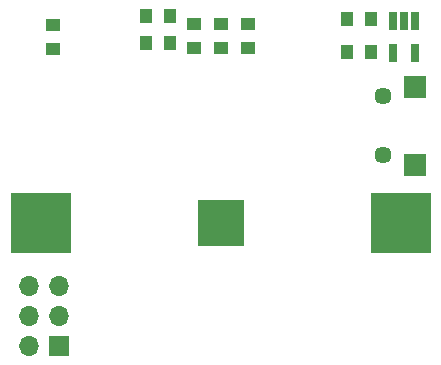
<source format=gbr>
G04 #@! TF.FileFunction,Soldermask,Top*
%FSLAX46Y46*%
G04 Gerber Fmt 4.6, Leading zero omitted, Abs format (unit mm)*
G04 Created by KiCad (PCBNEW 4.0.5) date 08/11/17 18:39:37*
%MOMM*%
%LPD*%
G01*
G04 APERTURE LIST*
%ADD10C,0.100000*%
%ADD11R,3.960000X3.960000*%
%ADD12R,5.100000X5.100000*%
%ADD13R,1.700000X1.700000*%
%ADD14O,1.700000X1.700000*%
%ADD15R,0.650000X1.560000*%
%ADD16C,1.450000*%
%ADD17R,1.900000X1.900000*%
%ADD18R,1.000000X1.250000*%
%ADD19R,1.250000X1.000000*%
G04 APERTURE END LIST*
D10*
D11*
X146050000Y-68072000D03*
D12*
X130800000Y-68072000D03*
X161300000Y-68072000D03*
D13*
X132334000Y-78486000D03*
D14*
X129794000Y-78486000D03*
X132334000Y-75946000D03*
X129794000Y-75946000D03*
X132334000Y-73406000D03*
X129794000Y-73406000D03*
D15*
X162494000Y-50974000D03*
X161544000Y-50974000D03*
X160594000Y-50974000D03*
X160594000Y-53674000D03*
X162494000Y-53674000D03*
D16*
X159766000Y-62317000D03*
X159766000Y-57317000D03*
D17*
X162466000Y-63117000D03*
X162466000Y-56517000D03*
D18*
X158734000Y-53594000D03*
X156734000Y-53594000D03*
X158734000Y-50800000D03*
X156734000Y-50800000D03*
D19*
X143764000Y-53197000D03*
X143764000Y-51197000D03*
X146050000Y-53197000D03*
X146050000Y-51197000D03*
X148336000Y-53197000D03*
X148336000Y-51197000D03*
X131826000Y-51324000D03*
X131826000Y-53324000D03*
D18*
X141716000Y-50546000D03*
X139716000Y-50546000D03*
X141716000Y-52832000D03*
X139716000Y-52832000D03*
M02*

</source>
